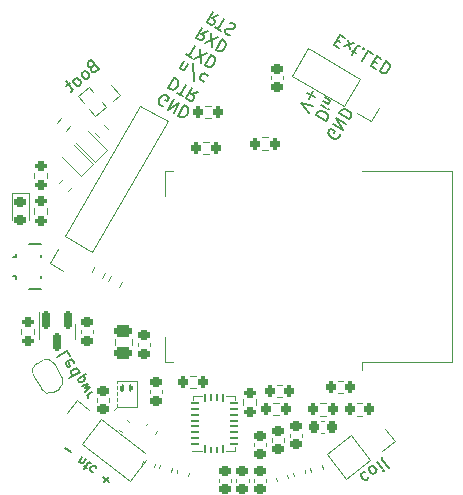
<source format=gbr>
%TF.GenerationSoftware,KiCad,Pcbnew,(6.0.5)*%
%TF.CreationDate,2022-05-23T16:41:31+02:00*%
%TF.ProjectId,qi-lamp-charger,71692d6c-616d-4702-9d63-686172676572,1.0.0*%
%TF.SameCoordinates,Original*%
%TF.FileFunction,Legend,Bot*%
%TF.FilePolarity,Positive*%
%FSLAX46Y46*%
G04 Gerber Fmt 4.6, Leading zero omitted, Abs format (unit mm)*
G04 Created by KiCad (PCBNEW (6.0.5)) date 2022-05-23 16:41:31*
%MOMM*%
%LPD*%
G01*
G04 APERTURE LIST*
G04 Aperture macros list*
%AMRoundRect*
0 Rectangle with rounded corners*
0 $1 Rounding radius*
0 $2 $3 $4 $5 $6 $7 $8 $9 X,Y pos of 4 corners*
0 Add a 4 corners polygon primitive as box body*
4,1,4,$2,$3,$4,$5,$6,$7,$8,$9,$2,$3,0*
0 Add four circle primitives for the rounded corners*
1,1,$1+$1,$2,$3*
1,1,$1+$1,$4,$5*
1,1,$1+$1,$6,$7*
1,1,$1+$1,$8,$9*
0 Add four rect primitives between the rounded corners*
20,1,$1+$1,$2,$3,$4,$5,0*
20,1,$1+$1,$4,$5,$6,$7,0*
20,1,$1+$1,$6,$7,$8,$9,0*
20,1,$1+$1,$8,$9,$2,$3,0*%
%AMHorizOval*
0 Thick line with rounded ends*
0 $1 width*
0 $2 $3 position (X,Y) of the first rounded end (center of the circle)*
0 $4 $5 position (X,Y) of the second rounded end (center of the circle)*
0 Add line between two ends*
20,1,$1,$2,$3,$4,$5,0*
0 Add two circle primitives to create the rounded ends*
1,1,$1,$2,$3*
1,1,$1,$4,$5*%
%AMRotRect*
0 Rectangle, with rotation*
0 The origin of the aperture is its center*
0 $1 length*
0 $2 width*
0 $3 Rotation angle, in degrees counterclockwise*
0 Add horizontal line*
21,1,$1,$2,0,0,$3*%
%AMFreePoly0*
4,1,13,0.375000,1.525000,1.025000,1.525000,1.025000,-1.525000,0.375000,-1.525000,0.375000,-1.925000,-0.375000,-1.925000,-0.375000,-1.525000,-1.025000,-1.525000,-1.025000,1.525000,-0.375000,1.525000,-0.375000,1.925000,0.375000,1.925000,0.375000,1.525000,0.375000,1.525000,$1*%
%AMFreePoly1*
4,1,22,0.500000,-0.750000,0.000000,-0.750000,-0.000001,-0.745033,-0.079941,-0.743568,-0.215257,-0.701293,-0.333266,-0.622738,-0.424486,-0.514219,-0.481581,-0.384461,-0.499164,-0.250000,-0.500000,-0.250000,-0.500000,0.250000,-0.499164,0.250000,-0.499963,0.256109,-0.478152,0.396186,-0.417904,0.524511,-0.324060,0.630769,-0.204165,0.706418,-0.067858,0.745374,0.000000,0.744958,0.000000,0.750000,
0.500000,0.750000,0.500000,-0.750000,0.500000,-0.750000,$1*%
%AMFreePoly2*
4,1,20,0.000000,0.744958,0.073905,0.744508,0.209727,0.703889,0.328688,0.626782,0.421226,0.519385,0.479903,0.390333,0.500000,0.250000,0.500000,-0.250000,0.499851,-0.262216,0.476331,-0.402017,0.414519,-0.529596,0.319384,-0.634700,0.198575,-0.708877,0.061801,-0.746166,-0.000001,-0.745033,0.000000,-0.750000,-0.500000,-0.750000,-0.500000,0.750000,0.000000,0.750000,0.000000,0.744958,
0.000000,0.744958,$1*%
G04 Aperture macros list end*
%ADD10C,0.150000*%
%ADD11C,0.120000*%
%ADD12C,2.200000*%
%ADD13RoundRect,0.225000X0.017678X-0.335876X0.335876X-0.017678X-0.017678X0.335876X-0.335876X0.017678X0*%
%ADD14RoundRect,0.050400X-0.069600X-0.249600X0.069600X-0.249600X0.069600X0.249600X-0.069600X0.249600X0*%
%ADD15RoundRect,0.050400X-0.249600X-0.069600X0.249600X-0.069600X0.249600X0.069600X-0.249600X0.069600X0*%
%ADD16RoundRect,0.050000X-0.050000X-0.250000X0.050000X-0.250000X0.050000X0.250000X-0.050000X0.250000X0*%
%ADD17FreePoly0,0.000000*%
%ADD18RoundRect,0.225000X0.250000X-0.225000X0.250000X0.225000X-0.250000X0.225000X-0.250000X-0.225000X0*%
%ADD19RoundRect,0.200000X-0.200000X-0.275000X0.200000X-0.275000X0.200000X0.275000X-0.200000X0.275000X0*%
%ADD20RotRect,1.700000X1.700000X127.500000*%
%ADD21HorizOval,1.700000X0.000000X0.000000X0.000000X0.000000X0*%
%ADD22RotRect,1.000000X1.000000X130.000000*%
%ADD23HorizOval,1.000000X0.000000X0.000000X0.000000X0.000000X0*%
%ADD24RoundRect,0.218750X-0.256250X0.218750X-0.256250X-0.218750X0.256250X-0.218750X0.256250X0.218750X0*%
%ADD25RotRect,1.700000X1.700000X232.500000*%
%ADD26HorizOval,1.700000X0.000000X0.000000X0.000000X0.000000X0*%
%ADD27RoundRect,0.200000X0.200000X0.275000X-0.200000X0.275000X-0.200000X-0.275000X0.200000X-0.275000X0*%
%ADD28FreePoly1,120.000000*%
%ADD29FreePoly2,120.000000*%
%ADD30RoundRect,0.218750X0.335876X0.026517X0.026517X0.335876X-0.335876X-0.026517X-0.026517X-0.335876X0*%
%ADD31RoundRect,0.225000X-0.299716X0.152629X-0.183247X-0.282038X0.299716X-0.152629X0.183247X0.282038X0*%
%ADD32RoundRect,0.200000X-0.053033X0.335876X-0.335876X0.053033X0.053033X-0.335876X0.335876X-0.053033X0*%
%ADD33RoundRect,0.225000X0.330695X0.061367X-0.026314X0.335310X-0.330695X-0.061367X0.026314X-0.335310X0*%
%ADD34RoundRect,0.200000X-0.275000X0.200000X-0.275000X-0.200000X0.275000X-0.200000X0.275000X0.200000X0*%
%ADD35RoundRect,0.225000X0.225000X0.250000X-0.225000X0.250000X-0.225000X-0.250000X0.225000X-0.250000X0*%
%ADD36RoundRect,0.225000X-0.250000X0.225000X-0.250000X-0.225000X0.250000X-0.225000X0.250000X0.225000X0*%
%ADD37RoundRect,0.200000X0.275000X-0.200000X0.275000X0.200000X-0.275000X0.200000X-0.275000X-0.200000X0*%
%ADD38RoundRect,0.225000X-0.183247X0.282038X-0.299716X-0.152629X0.183247X-0.282038X0.299716X0.152629X0*%
%ADD39R,0.600000X0.200000*%
%ADD40RoundRect,0.075000X0.100000X-0.275000X0.100000X0.275000X-0.100000X0.275000X-0.100000X-0.275000X0*%
%ADD41RoundRect,0.200000X0.138157X-0.310705X0.338157X0.035705X-0.138157X0.310705X-0.338157X-0.035705X0*%
%ADD42R,1.000000X2.500000*%
%ADD43R,1.800000X1.000000*%
%ADD44RotRect,1.700000X1.700000X60.000000*%
%ADD45HorizOval,1.700000X0.000000X0.000000X0.000000X0.000000X0*%
%ADD46RoundRect,0.200000X0.335876X0.053033X0.053033X0.335876X-0.335876X-0.053033X-0.053033X-0.335876X0*%
%ADD47R,1.100000X0.700000*%
%ADD48R,1.100000X1.400000*%
%ADD49R,1.350000X0.400000*%
%ADD50R,0.695000X1.150000*%
%ADD51C,0.800000*%
%ADD52RoundRect,0.200000X-0.138157X0.310705X-0.338157X-0.035705X0.138157X-0.310705X0.338157X0.035705X0*%
%ADD53RoundRect,0.200000X-0.082105X0.329975X-0.339220X0.023558X0.082105X-0.329975X0.339220X-0.023558X0*%
%ADD54RotRect,1.700000X1.700000X330.000000*%
%ADD55HorizOval,1.700000X0.000000X0.000000X0.000000X0.000000X0*%
%ADD56RoundRect,0.250000X0.475000X-0.250000X0.475000X0.250000X-0.475000X0.250000X-0.475000X-0.250000X0*%
%ADD57RoundRect,0.150000X-0.150000X0.587500X-0.150000X-0.587500X0.150000X-0.587500X0.150000X0.587500X0*%
G04 APERTURE END LIST*
D10*
X108635706Y-88818924D02*
X108629326Y-88925212D01*
X108557898Y-89048930D01*
X108445230Y-89148838D01*
X108315132Y-89183698D01*
X108208844Y-89177318D01*
X108020077Y-89123319D01*
X107896359Y-89051891D01*
X107755212Y-88915413D01*
X107696543Y-88826555D01*
X107661683Y-88696457D01*
X107691872Y-88548930D01*
X107739491Y-88466451D01*
X107852159Y-88366543D01*
X107917208Y-88349113D01*
X108205883Y-88515780D01*
X108110645Y-88680737D01*
X108049015Y-87930340D02*
X108915041Y-88430340D01*
X108334729Y-87435468D01*
X109200755Y-87935468D01*
X108572825Y-87023075D02*
X109438850Y-87523075D01*
X109557898Y-87316879D01*
X109588087Y-87169351D01*
X109553227Y-87039254D01*
X109494558Y-86950395D01*
X109353411Y-86813918D01*
X109229693Y-86742489D01*
X109040926Y-86688491D01*
X108934638Y-86682111D01*
X108804540Y-86716970D01*
X108691872Y-86816879D01*
X108572825Y-87023075D01*
X106626143Y-87174827D02*
X107492168Y-87674827D01*
X107611216Y-87468631D01*
X107641405Y-87321103D01*
X107606545Y-87191006D01*
X107547876Y-87102147D01*
X107406729Y-86965670D01*
X107283011Y-86894241D01*
X107094244Y-86840243D01*
X106987956Y-86833863D01*
X106857858Y-86868722D01*
X106745190Y-86968631D01*
X106626143Y-87174827D01*
X107007483Y-86295279D02*
X107469363Y-86561946D01*
X107700303Y-86695279D02*
X107648264Y-86709223D01*
X107634320Y-86657184D01*
X107686359Y-86643240D01*
X107700303Y-86695279D01*
X107634320Y-86657184D01*
X107659839Y-86232031D02*
X107197959Y-85965365D01*
X107593856Y-86193936D02*
X107645895Y-86179992D01*
X107716982Y-86133057D01*
X107774125Y-86034083D01*
X107779229Y-85949052D01*
X107732293Y-85877966D01*
X107369388Y-85668442D01*
X106031201Y-86985297D02*
X105331842Y-86196622D01*
X106364534Y-86407947D01*
X105995090Y-85809748D02*
X106376042Y-85149919D01*
X105855651Y-85289357D02*
X106515480Y-85670310D01*
X93677671Y-86437812D02*
X93571382Y-86431432D01*
X93447665Y-86360004D01*
X93347756Y-86247336D01*
X93312897Y-86117238D01*
X93319276Y-86010950D01*
X93373275Y-85822183D01*
X93444704Y-85698465D01*
X93581181Y-85557317D01*
X93670039Y-85498648D01*
X93800137Y-85463789D01*
X93947665Y-85493978D01*
X94030143Y-85541597D01*
X94130052Y-85654265D01*
X94147481Y-85719314D01*
X93980815Y-86007989D01*
X93815857Y-85912751D01*
X94566254Y-85851121D02*
X94066254Y-86717146D01*
X95061126Y-86136835D01*
X94561126Y-87002861D01*
X95473519Y-86374930D02*
X94973519Y-87240956D01*
X95179715Y-87360004D01*
X95327243Y-87390193D01*
X95457340Y-87355333D01*
X95546199Y-87296664D01*
X95682676Y-87155516D01*
X95754105Y-87031799D01*
X95808104Y-86843032D01*
X95814483Y-86736744D01*
X95779624Y-86606646D01*
X95679715Y-86493978D01*
X95473519Y-86374930D01*
X94628947Y-84028249D02*
X94128947Y-84894274D01*
X94335143Y-85013322D01*
X94482671Y-85043511D01*
X94612768Y-85008651D01*
X94701627Y-84949982D01*
X94838104Y-84808834D01*
X94909533Y-84685117D01*
X94963531Y-84496350D01*
X94969911Y-84390062D01*
X94935052Y-84259964D01*
X94835143Y-84147296D01*
X94628947Y-84028249D01*
X94871254Y-85322845D02*
X95366126Y-85608560D01*
X95618690Y-84599677D02*
X95118690Y-85465703D01*
X96649673Y-85194915D02*
X96122902Y-85440642D01*
X96154801Y-84909201D02*
X95654801Y-85775226D01*
X95984715Y-85965703D01*
X96091004Y-85972082D01*
X96156052Y-85954652D01*
X96244911Y-85895983D01*
X96316339Y-85772265D01*
X96322719Y-85665977D01*
X96305289Y-85600929D01*
X96246620Y-85512070D01*
X95916706Y-85321594D01*
X95079994Y-83199393D02*
X95413327Y-82622043D01*
X95127613Y-83116914D02*
X95145043Y-83181963D01*
X95203712Y-83270822D01*
X95327430Y-83342250D01*
X95433718Y-83348630D01*
X95522576Y-83289961D01*
X95784481Y-82836328D01*
X96291654Y-84338831D02*
X96192204Y-82796799D01*
X97451483Y-83853758D02*
X97392814Y-83764900D01*
X97227856Y-83669662D01*
X97121568Y-83663282D01*
X97056519Y-83680712D01*
X96967661Y-83739381D01*
X96824804Y-83986817D01*
X96818424Y-84093105D01*
X96835854Y-84158154D01*
X96894523Y-84247012D01*
X97059480Y-84342250D01*
X97165768Y-84348630D01*
X95635848Y-82046148D02*
X96130720Y-82331862D01*
X96383284Y-81322980D02*
X95883284Y-82189005D01*
X96336917Y-82450910D02*
X97414267Y-81918218D01*
X96914267Y-82784243D02*
X96836917Y-81584885D01*
X97744181Y-82108694D02*
X97244181Y-82974720D01*
X97450378Y-83093767D01*
X97597905Y-83123956D01*
X97728003Y-83089097D01*
X97816861Y-83030428D01*
X97953339Y-82889280D01*
X98024767Y-82765562D01*
X98078766Y-82576795D01*
X98085146Y-82470507D01*
X98050286Y-82340410D01*
X97950378Y-82227742D01*
X97744181Y-82108694D01*
X97456340Y-80083441D02*
X96929569Y-80329167D01*
X96961468Y-79797726D02*
X96461468Y-80663752D01*
X96791382Y-80854228D01*
X96897671Y-80860608D01*
X96962719Y-80843178D01*
X97051578Y-80784509D01*
X97123006Y-80660791D01*
X97129386Y-80554503D01*
X97111956Y-80489454D01*
X97053287Y-80400596D01*
X96723373Y-80210120D01*
X97245015Y-81116133D02*
X98322365Y-80583441D01*
X97822365Y-81449466D02*
X97745015Y-80250107D01*
X98652280Y-80773917D02*
X98152280Y-81639942D01*
X98358476Y-81758990D01*
X98506004Y-81789179D01*
X98636101Y-81754320D01*
X98724960Y-81695651D01*
X98861437Y-81554503D01*
X98932865Y-81430785D01*
X98986864Y-81242018D01*
X98993244Y-81135730D01*
X98958384Y-81005632D01*
X98858476Y-80892965D01*
X98652280Y-80773917D01*
X98364438Y-78748664D02*
X97837668Y-78994390D01*
X97869566Y-78462949D02*
X97369566Y-79328975D01*
X97699481Y-79519451D01*
X97805769Y-79525831D01*
X97870818Y-79508401D01*
X97959676Y-79449732D01*
X98031105Y-79326014D01*
X98037484Y-79219726D01*
X98020055Y-79154677D01*
X97961386Y-79065819D01*
X97631471Y-78875342D01*
X98111874Y-79757546D02*
X98606745Y-80043260D01*
X98859310Y-79034378D02*
X98359310Y-79900403D01*
X99330372Y-79361331D02*
X99477899Y-79391521D01*
X99684096Y-79510568D01*
X99742765Y-79599427D01*
X99760195Y-79664476D01*
X99753815Y-79770764D01*
X99706196Y-79853242D01*
X99617337Y-79911911D01*
X99552289Y-79929341D01*
X99446000Y-79922961D01*
X99257234Y-79868963D01*
X99150946Y-79862583D01*
X99085897Y-79880013D01*
X98997038Y-79938682D01*
X98949419Y-80021160D01*
X98943040Y-80127448D01*
X98960469Y-80192497D01*
X99019139Y-80281356D01*
X99225335Y-80400403D01*
X99372862Y-80430593D01*
%TO.C,J2*%
X110753032Y-117379828D02*
X110648486Y-117400026D01*
X110497371Y-117515981D01*
X110450802Y-117611737D01*
X110442012Y-117678504D01*
X110462211Y-117783050D01*
X110636143Y-118009723D01*
X110731899Y-118056292D01*
X110798666Y-118065082D01*
X110903212Y-118044883D01*
X111054327Y-117928929D01*
X111100896Y-117833173D01*
X111177388Y-116994185D02*
X111130819Y-117089941D01*
X111122029Y-117156709D01*
X111142228Y-117261255D01*
X111316160Y-117487927D01*
X111411916Y-117534496D01*
X111478683Y-117543286D01*
X111583229Y-117523088D01*
X111696565Y-117436122D01*
X111743134Y-117340366D01*
X111751924Y-117273598D01*
X111731726Y-117169052D01*
X111557794Y-116942380D01*
X111462038Y-116895811D01*
X111395271Y-116887021D01*
X111290724Y-116907220D01*
X111177388Y-116994185D01*
X111781848Y-116530367D02*
X112187689Y-117059269D01*
X112390609Y-117323721D02*
X112323842Y-117314930D01*
X112332632Y-117248163D01*
X112399399Y-117256953D01*
X112390609Y-117323721D01*
X112332632Y-117248163D01*
X112272971Y-116153515D02*
X112226403Y-116249271D01*
X112246601Y-116353817D01*
X112768397Y-117033834D01*
%TO.C,TP1*%
X87641875Y-83097540D02*
X87563049Y-83225845D01*
X87557180Y-83292932D01*
X87581920Y-83396498D01*
X87673746Y-83505933D01*
X87771442Y-83548281D01*
X87838530Y-83554150D01*
X87942095Y-83529410D01*
X88233922Y-83284539D01*
X87591134Y-82518494D01*
X87335786Y-82732757D01*
X87293438Y-82830453D01*
X87287569Y-82897540D01*
X87312308Y-83001106D01*
X87373526Y-83074063D01*
X87471223Y-83116410D01*
X87538310Y-83122280D01*
X87641875Y-83097540D01*
X87897223Y-82883278D01*
X87358442Y-84019153D02*
X87400790Y-83921457D01*
X87406659Y-83854370D01*
X87381920Y-83750804D01*
X87198266Y-83531935D01*
X87100570Y-83489587D01*
X87033483Y-83483717D01*
X86929917Y-83508457D01*
X86820482Y-83600284D01*
X86778135Y-83697980D01*
X86772265Y-83765067D01*
X86797005Y-83868633D01*
X86980658Y-84087503D01*
X87078355Y-84129850D01*
X87145442Y-84135720D01*
X87249007Y-84110980D01*
X87358442Y-84019153D01*
X86665355Y-84600723D02*
X86707702Y-84503027D01*
X86713572Y-84435940D01*
X86688832Y-84332374D01*
X86505178Y-84113504D01*
X86407482Y-84071157D01*
X86340395Y-84065287D01*
X86236829Y-84090027D01*
X86127395Y-84181854D01*
X86085047Y-84279550D01*
X86079177Y-84346637D01*
X86103917Y-84450203D01*
X86287571Y-84669072D01*
X86385267Y-84711420D01*
X86452354Y-84717289D01*
X86555920Y-84692550D01*
X86665355Y-84600723D01*
X85762611Y-84487943D02*
X85470785Y-84732814D01*
X85438914Y-84324422D02*
X85989875Y-84981031D01*
X86014614Y-85084597D01*
X85972267Y-85182293D01*
X85899310Y-85243511D01*
%TO.C,J1*%
X85397826Y-115369752D02*
X85881393Y-115740807D01*
X86528045Y-116525108D02*
X86852718Y-116101987D01*
X86574427Y-116464663D02*
X86581459Y-116518076D01*
X86618714Y-116594681D01*
X86709383Y-116664254D01*
X86793020Y-116680413D01*
X86869625Y-116643158D01*
X87124725Y-116310705D01*
X87011613Y-116896163D02*
X87253397Y-117081690D01*
X86939946Y-117177297D02*
X87357382Y-116633283D01*
X87433987Y-116596028D01*
X87517624Y-116612187D01*
X87578070Y-116658569D01*
X88038447Y-117059846D02*
X88001192Y-116983241D01*
X87880300Y-116890478D01*
X87796663Y-116874319D01*
X87743249Y-116881351D01*
X87666644Y-116918606D01*
X87527499Y-117099944D01*
X87511340Y-117183581D01*
X87518372Y-117236995D01*
X87555627Y-117313599D01*
X87676519Y-117406363D01*
X87760156Y-117422522D01*
X88631685Y-117851180D02*
X89115253Y-118222234D01*
X89058996Y-117794923D02*
X88687942Y-118278491D01*
%TO.C,JP11*%
X85791773Y-107563168D02*
X85553678Y-107150775D01*
X84687652Y-107650775D01*
X86107676Y-108205567D02*
X86101297Y-108099279D01*
X86006059Y-107934322D01*
X85917200Y-107875653D01*
X85810912Y-107882033D01*
X85480998Y-108072509D01*
X85422329Y-108161367D01*
X85428708Y-108267655D01*
X85523946Y-108432613D01*
X85612805Y-108491282D01*
X85719093Y-108484902D01*
X85801572Y-108437283D01*
X85645955Y-107977271D01*
X86601297Y-108965305D02*
X85735271Y-109465305D01*
X86560057Y-108989114D02*
X86553678Y-108882826D01*
X86458440Y-108717869D01*
X86369581Y-108659200D01*
X86304532Y-108641770D01*
X86198244Y-108648150D01*
X85950808Y-108791007D01*
X85892139Y-108879865D01*
X85874710Y-108944914D01*
X85881089Y-109051202D01*
X85976327Y-109216159D01*
X86065186Y-109274829D01*
X86448553Y-109548363D02*
X87141373Y-109148363D01*
X86481544Y-109529316D02*
X86486648Y-109614346D01*
X86562838Y-109746312D01*
X86633925Y-109793247D01*
X86685964Y-109807191D01*
X86770995Y-109802087D01*
X86968943Y-109687802D01*
X87015879Y-109616715D01*
X87029822Y-109564676D01*
X87024719Y-109479645D01*
X86948528Y-109347679D01*
X86877441Y-109300744D01*
X86772362Y-110109218D02*
X87310433Y-109974517D01*
X87056709Y-110296959D01*
X87462814Y-110238448D01*
X87077124Y-110637081D01*
X87691385Y-110634346D02*
X87229505Y-110901012D01*
X87361471Y-110824822D02*
X87314535Y-110895909D01*
X87300592Y-110947948D01*
X87305695Y-111032978D01*
X87343791Y-111098961D01*
%TO.C,J5*%
X108399517Y-80841858D02*
X108688192Y-81008525D01*
X109073815Y-80626321D02*
X108661421Y-80388226D01*
X108161421Y-81254252D01*
X108573815Y-81492347D01*
X109362490Y-80792988D02*
X109482789Y-81632243D01*
X109029156Y-81370338D02*
X109816122Y-81054893D01*
X109688985Y-81751291D02*
X110018900Y-81941767D01*
X109646036Y-82111394D02*
X110074608Y-81369087D01*
X110163466Y-81310418D01*
X110269754Y-81316798D01*
X110352233Y-81364417D01*
X110593289Y-81613562D02*
X110658338Y-81596132D01*
X110640908Y-81531083D01*
X110575859Y-81548513D01*
X110593289Y-81613562D01*
X110640908Y-81531083D01*
X111465694Y-82007274D02*
X111053301Y-81769178D01*
X110553301Y-82635204D01*
X111492465Y-82627573D02*
X111781140Y-82794239D01*
X112166762Y-82412036D02*
X111754369Y-82173940D01*
X111254369Y-83039966D01*
X111666762Y-83278061D01*
X112537916Y-82626321D02*
X112037916Y-83492347D01*
X112244113Y-83611394D01*
X112391640Y-83641584D01*
X112521738Y-83606724D01*
X112610596Y-83548055D01*
X112747074Y-83406907D01*
X112818502Y-83283189D01*
X112872501Y-83094423D01*
X112878881Y-82988134D01*
X112844021Y-82858037D01*
X112744113Y-82745369D01*
X112537916Y-82626321D01*
D11*
%TO.C,C5*%
X92239970Y-113438781D02*
X92438781Y-113239970D01*
X92961219Y-114160030D02*
X93160030Y-113961219D01*
%TO.C,U2*%
X98999998Y-111000000D02*
X99799998Y-111000000D01*
X96099998Y-115600000D02*
X96999998Y-115600000D01*
X99799998Y-111300000D02*
X99799998Y-111000000D01*
X99799998Y-115600000D02*
X99799998Y-115300000D01*
X96199998Y-111000000D02*
X96999998Y-111000000D01*
X96199998Y-111300000D02*
X96199998Y-111000000D01*
X98999998Y-115600000D02*
X99799998Y-115600000D01*
%TO.C,C2*%
X101390000Y-118240583D02*
X101390000Y-117959423D01*
X102410000Y-118240583D02*
X102410000Y-117959423D01*
%TO.C,R11*%
X102062742Y-89077500D02*
X102537258Y-89077500D01*
X102062742Y-90122500D02*
X102537258Y-90122500D01*
%TO.C,J2*%
X113298695Y-114811623D02*
X112489042Y-113756463D01*
X109616671Y-114284083D02*
X107553952Y-115866863D01*
X111235976Y-116394403D02*
X109616671Y-114284083D01*
X109173257Y-117977183D02*
X107553952Y-115866863D01*
X112243535Y-115621276D02*
X113298695Y-114811623D01*
X111235976Y-116394403D02*
X109173257Y-117977183D01*
%TO.C,C17*%
X102410001Y-115240580D02*
X102410001Y-114959420D01*
X101390001Y-115240580D02*
X101390001Y-114959420D01*
%TO.C,TP1*%
X89430481Y-86013707D02*
X90012675Y-85525189D01*
X87772601Y-85220273D02*
X87421299Y-84801607D01*
X87014033Y-86190894D02*
X86498215Y-85576166D01*
X88848287Y-86502226D02*
X88496985Y-86083560D01*
X88848287Y-86502226D02*
X87925204Y-87276785D01*
X87925204Y-87276785D02*
X87409386Y-86662057D01*
X90012675Y-85525189D02*
X89299181Y-84674879D01*
X87421299Y-84801607D02*
X86498215Y-85576166D01*
%TO.C,D11*%
X80865001Y-93814998D02*
X82335001Y-93814998D01*
X80865001Y-96099998D02*
X80865001Y-93814998D01*
X82335001Y-93814998D02*
X82335001Y-96099998D01*
%TO.C,J1*%
X88417211Y-112917967D02*
X92495048Y-116047001D01*
X88417211Y-112917967D02*
X86797906Y-115028287D01*
X86797906Y-115028287D02*
X90875742Y-118157321D01*
X92495048Y-116047001D02*
X90875742Y-118157321D01*
X86354493Y-111335187D02*
X85544840Y-112390347D01*
X87409653Y-112144840D02*
X86354493Y-111335187D01*
%TO.C,R6*%
X107437258Y-111577501D02*
X106962742Y-111577501D01*
X107437258Y-112622501D02*
X106962742Y-112622501D01*
%TO.C,JP11*%
X82683975Y-109193782D02*
X83383975Y-110406218D01*
X83459808Y-107937564D02*
X82940192Y-108237564D01*
X84340192Y-110662436D02*
X84859808Y-110362436D01*
X85116025Y-109406218D02*
X84416025Y-108193782D01*
X84859807Y-110362435D02*
G75*
G03*
X85116025Y-109406218I-349998J606217D01*
G01*
X84416026Y-108193782D02*
G75*
G03*
X83459808Y-107937564I-606218J-350000D01*
G01*
X82940193Y-108237565D02*
G75*
G03*
X82683975Y-109193782I349999J-606217D01*
G01*
X83383975Y-110406218D02*
G75*
G03*
X84340192Y-110662436I606217J349999D01*
G01*
%TO.C,C8*%
X86690000Y-105640580D02*
X86690000Y-105359420D01*
X87710000Y-105640580D02*
X87710000Y-105359420D01*
%TO.C,C15*%
X99410000Y-118240579D02*
X99410000Y-117959419D01*
X98390000Y-118240579D02*
X98390000Y-117959419D01*
%TO.C,C14*%
X100910002Y-118240579D02*
X100910002Y-117959419D01*
X99890002Y-118240579D02*
X99890002Y-117959419D01*
%TO.C,D12*%
X87354038Y-88514591D02*
X88969777Y-90130330D01*
X88969777Y-90130330D02*
X87930330Y-91169777D01*
X87930330Y-91169777D02*
X86314591Y-89554038D01*
%TO.C,C6*%
X103222109Y-117884430D02*
X103294879Y-118156010D01*
X104207353Y-117620434D02*
X104280123Y-117892014D01*
%TO.C,R16*%
X85937230Y-93301697D02*
X85601697Y-93637230D01*
X85198303Y-92562770D02*
X84862770Y-92898303D01*
%TO.C,C4*%
X90821998Y-113180969D02*
X90598939Y-113009810D01*
X90201061Y-113990190D02*
X89978002Y-113819031D01*
%TO.C,R1*%
X101522500Y-111262742D02*
X101522500Y-111737258D01*
X100477500Y-111262742D02*
X100477500Y-111737258D01*
%TO.C,C13*%
X107340580Y-114110000D02*
X107059420Y-114110000D01*
X107340580Y-113090000D02*
X107059420Y-113090000D01*
%TO.C,C12*%
X92590000Y-110740581D02*
X92590000Y-110459421D01*
X93610000Y-110740581D02*
X93610000Y-110459421D01*
%TO.C,C16*%
X88090000Y-111159419D02*
X88090000Y-111440579D01*
X89110000Y-111159419D02*
X89110000Y-111440579D01*
%TO.C,R4*%
X83822502Y-95537257D02*
X83822502Y-95062741D01*
X82777502Y-95537257D02*
X82777502Y-95062741D01*
%TO.C,C10*%
X92980120Y-116707979D02*
X92907350Y-116979559D01*
X91994876Y-116443983D02*
X91922106Y-116715563D01*
%TO.C,U1*%
X89750000Y-109700000D02*
X89750000Y-111900000D01*
X91450000Y-111900000D02*
X91450000Y-109700000D01*
X91450000Y-109700000D02*
X89750000Y-109700000D01*
X89750000Y-111900000D02*
X91450000Y-111900000D01*
X89750000Y-111900000D02*
X89500000Y-112150000D01*
%TO.C,R2*%
X89028873Y-101244221D02*
X89266131Y-100833279D01*
X89933869Y-101766721D02*
X90171127Y-101355779D01*
%TO.C,D13*%
X86154038Y-89714592D02*
X87769777Y-91330331D01*
X86730330Y-92369778D02*
X85114591Y-90754039D01*
X87769777Y-91330331D02*
X86730330Y-92369778D01*
%TO.C,C34*%
X92610000Y-106740580D02*
X92610000Y-106459420D01*
X91590000Y-106740580D02*
X91590000Y-106459420D01*
%TO.C,C1*%
X106119880Y-117107979D02*
X106192650Y-117379559D01*
X107105124Y-116843983D02*
X107177894Y-117115563D01*
%TO.C,U3*%
X118120000Y-108120000D02*
X118120000Y-91880000D01*
X94500000Y-91880000D02*
X93880000Y-91880000D01*
X93880000Y-91880000D02*
X93880000Y-94000000D01*
X110500000Y-108120000D02*
X118120000Y-108120000D01*
X93880000Y-108120000D02*
X94500000Y-108120000D01*
X93880000Y-106000000D02*
X93880000Y-108120000D01*
X118120000Y-91880000D02*
X110500000Y-91880000D01*
X110500000Y-108120000D02*
X110500000Y-108730000D01*
%TO.C,C18*%
X105410000Y-114440579D02*
X105410000Y-114159419D01*
X104390000Y-114440579D02*
X104390000Y-114159419D01*
%TO.C,R3*%
X110062742Y-111577500D02*
X110537258Y-111577500D01*
X110062742Y-112622500D02*
X110537258Y-112622500D01*
%TO.C,C19*%
X103909998Y-114840579D02*
X103909998Y-114559419D01*
X102889998Y-114840579D02*
X102889998Y-114559419D01*
%TO.C,R17*%
X82777500Y-92062742D02*
X82777500Y-92537258D01*
X83822500Y-92062742D02*
X83822500Y-92537258D01*
%TO.C,J5*%
X111286814Y-87716814D02*
X111951814Y-86565000D01*
X104583777Y-83846814D02*
X105913777Y-81543186D01*
X109035148Y-86416814D02*
X104583777Y-83846814D01*
X109035148Y-86416814D02*
X110365148Y-84113186D01*
X110135000Y-87051814D02*
X111286814Y-87716814D01*
X110365148Y-84113186D02*
X105913777Y-81543186D01*
%TO.C,R15*%
X88997890Y-88337643D02*
X88662357Y-88002110D01*
X88258963Y-89076570D02*
X87923430Y-88741037D01*
%TO.C,R13*%
X97062742Y-89477500D02*
X97537258Y-89477500D01*
X97062742Y-90522500D02*
X97537258Y-90522500D01*
%TO.C,R12*%
X81677500Y-105737258D02*
X81677500Y-105262742D01*
X82722500Y-105737258D02*
X82722500Y-105262742D01*
%TO.C,C7*%
X105656237Y-117232212D02*
X105729007Y-117503792D01*
X104670993Y-117496208D02*
X104743763Y-117767788D01*
%TO.C,R9*%
X108937258Y-109677500D02*
X108462742Y-109677500D01*
X108937258Y-110722500D02*
X108462742Y-110722500D01*
D10*
%TO.C,SW1*%
X83300000Y-100950000D02*
X83300000Y-100800000D01*
X81250000Y-101050000D02*
X81250000Y-100800000D01*
X82350000Y-101900000D02*
X83300000Y-101900000D01*
X82350000Y-98100000D02*
X83300000Y-98100000D01*
X83300000Y-99200000D02*
X83300000Y-99050000D01*
X81250000Y-99200000D02*
X81250000Y-98950000D01*
X81250000Y-100800000D02*
X80950000Y-100800000D01*
X80950000Y-99200000D02*
X81250000Y-99200000D01*
D11*
%TO.C,R8*%
X103312742Y-111072497D02*
X103787258Y-111072497D01*
X103312742Y-110027497D02*
X103787258Y-110027497D01*
%TO.C,R14*%
X87866131Y-100033279D02*
X87628873Y-100444221D01*
X88771127Y-100555779D02*
X88533869Y-100966721D01*
%TO.C,R18*%
X85002248Y-87468995D02*
X84697235Y-87832496D01*
X85802765Y-88140708D02*
X85497752Y-88504209D01*
%TO.C,R10*%
X97262742Y-86377500D02*
X97737258Y-86377500D01*
X97262742Y-87422500D02*
X97737258Y-87422500D01*
%TO.C,J4*%
X85383186Y-97435148D02*
X91763186Y-86384664D01*
X87686814Y-98765148D02*
X94066814Y-87714664D01*
X84083186Y-99686814D02*
X85235000Y-100351814D01*
X85383186Y-97435148D02*
X87686814Y-98765148D01*
X84748186Y-98535000D02*
X84083186Y-99686814D01*
X91763186Y-86384664D02*
X94066814Y-87714664D01*
%TO.C,C11*%
X94892652Y-117220441D02*
X94819882Y-117492021D01*
X95877896Y-117484437D02*
X95805126Y-117756017D01*
%TO.C,C9*%
X93443762Y-116832213D02*
X93370992Y-117103793D01*
X94429006Y-117096209D02*
X94356236Y-117367789D01*
%TO.C,C22*%
X91035000Y-106661252D02*
X91035000Y-106138748D01*
X89565000Y-106661252D02*
X89565000Y-106138748D01*
%TO.C,R5*%
X96437258Y-110322500D02*
X95962742Y-110322500D01*
X96437258Y-109277500D02*
X95962742Y-109277500D01*
%TO.C,R7*%
X103012742Y-112572500D02*
X103487258Y-112572500D01*
X103012742Y-111527500D02*
X103487258Y-111527500D01*
%TO.C,C23*%
X103810000Y-83884420D02*
X103810000Y-84165580D01*
X102790000Y-83884420D02*
X102790000Y-84165580D01*
%TO.C,Q1*%
X86260000Y-105500000D02*
X86260000Y-104850000D01*
X86260000Y-105500000D02*
X86260000Y-106150000D01*
X83140000Y-105500000D02*
X83140000Y-106150000D01*
X83140000Y-105500000D02*
X83140000Y-103825000D01*
%TD*%
%LPC*%
D12*
%TO.C,H2*%
X120000000Y-100000000D03*
%TD*%
%TO.C,H1*%
X93000000Y-81000000D03*
%TD*%
D13*
%TO.C,C5*%
X92151992Y-114248008D03*
X93248008Y-113151992D03*
%TD*%
D14*
%TO.C,U2*%
X97249998Y-115450000D03*
D15*
X96349998Y-115050000D03*
X96349998Y-114550000D03*
X96349998Y-114050000D03*
X96349998Y-113550000D03*
X96349998Y-113050000D03*
X96349998Y-112550000D03*
X96349998Y-112050000D03*
X96349998Y-111550000D03*
D14*
X97249998Y-111150000D03*
X98749998Y-111150000D03*
D15*
X99649998Y-111550000D03*
X99649998Y-112050000D03*
X99649998Y-112550000D03*
X99649998Y-113050000D03*
X99649998Y-113550000D03*
X99649998Y-114050000D03*
X99649998Y-114550000D03*
X99649998Y-115050000D03*
D14*
X98749998Y-115450000D03*
D16*
X97724998Y-111150000D03*
X98274998Y-115450000D03*
X98274998Y-111150000D03*
X97724998Y-115450000D03*
D17*
X97999998Y-113300000D03*
%TD*%
D18*
%TO.C,C2*%
X101900000Y-118875003D03*
X101900000Y-117325003D03*
%TD*%
D19*
%TO.C,R11*%
X101475000Y-89600000D03*
X103125000Y-89600000D03*
%TD*%
D20*
%TO.C,J2*%
X111433882Y-114566116D03*
D21*
X109418765Y-116112370D03*
%TD*%
D18*
%TO.C,C17*%
X101900001Y-115875000D03*
X101900001Y-114325000D03*
%TD*%
D22*
%TO.C,TP1*%
X88716987Y-85163398D03*
D23*
X87744111Y-85979738D03*
%TD*%
D24*
%TO.C,D11*%
X81600001Y-94512498D03*
X81600001Y-96087498D03*
%TD*%
D25*
%TO.C,J1*%
X86600000Y-113200000D03*
D26*
X88615117Y-114746254D03*
X90630235Y-116292508D03*
%TD*%
D27*
%TO.C,R6*%
X108025000Y-112100001D03*
X106375000Y-112100001D03*
%TD*%
D28*
%TO.C,JP11*%
X84225000Y-109862917D03*
D29*
X83575000Y-108737083D03*
%TD*%
D18*
%TO.C,C8*%
X87200000Y-106275000D03*
X87200000Y-104725000D03*
%TD*%
%TO.C,C15*%
X98900000Y-118874999D03*
X98900000Y-117324999D03*
%TD*%
%TO.C,C14*%
X100400002Y-118874999D03*
X100400002Y-117324999D03*
%TD*%
D30*
%TO.C,D12*%
X87956847Y-90156847D03*
X86843153Y-89043153D03*
%TD*%
D31*
%TO.C,C6*%
X103550531Y-117139629D03*
X103951701Y-118636815D03*
%TD*%
D32*
%TO.C,R16*%
X85983363Y-92516637D03*
X84816637Y-93683363D03*
%TD*%
D33*
%TO.C,C4*%
X91014849Y-113971790D03*
X89785151Y-113028210D03*
%TD*%
D34*
%TO.C,R1*%
X101000000Y-110675000D03*
X101000000Y-112325000D03*
%TD*%
D35*
%TO.C,C13*%
X107975000Y-113600000D03*
X106425000Y-113600000D03*
%TD*%
D18*
%TO.C,C12*%
X93100000Y-111375001D03*
X93100000Y-109825001D03*
%TD*%
D36*
%TO.C,C16*%
X88600000Y-110524999D03*
X88600000Y-112074999D03*
%TD*%
D37*
%TO.C,R4*%
X83300002Y-96124999D03*
X83300002Y-94474999D03*
%TD*%
D38*
%TO.C,C10*%
X92651698Y-115963178D03*
X92250528Y-117460364D03*
%TD*%
D39*
%TO.C,U1*%
X89950000Y-111550000D03*
X89950000Y-111050000D03*
X89950000Y-110550000D03*
D40*
X90225000Y-110300000D03*
D39*
X89950000Y-110050000D03*
D40*
X90975000Y-110300000D03*
D39*
X91250000Y-110050000D03*
X91250000Y-110550000D03*
X91250000Y-111050000D03*
X91250000Y-111550000D03*
%TD*%
D41*
%TO.C,R2*%
X89187500Y-102014471D03*
X90012500Y-100585529D03*
%TD*%
D30*
%TO.C,D13*%
X86756847Y-91356848D03*
X85643153Y-90243154D03*
%TD*%
D18*
%TO.C,C34*%
X92100000Y-107375000D03*
X92100000Y-105825000D03*
%TD*%
D31*
%TO.C,C1*%
X106448302Y-116363178D03*
X106849472Y-117860364D03*
%TD*%
D42*
%TO.C,U3*%
X109500000Y-107600000D03*
X107500000Y-107600000D03*
X105500000Y-107600000D03*
X103500000Y-107600000D03*
X101500000Y-107600000D03*
X99500000Y-107600000D03*
X97500000Y-107600000D03*
X95500000Y-107600000D03*
D43*
X94000000Y-105000000D03*
X94000000Y-103000000D03*
X94000000Y-101000000D03*
X94000000Y-99000000D03*
X94000000Y-97000000D03*
X94000000Y-95000000D03*
D42*
X95500000Y-92400000D03*
X97500000Y-92400000D03*
X99500000Y-92400000D03*
X101500000Y-92400000D03*
X103500000Y-92400000D03*
X105500000Y-92400000D03*
X107500000Y-92400000D03*
X109500000Y-92400000D03*
%TD*%
D18*
%TO.C,C18*%
X104900000Y-115074999D03*
X104900000Y-113524999D03*
%TD*%
D19*
%TO.C,R3*%
X109475000Y-112100000D03*
X111125000Y-112100000D03*
%TD*%
D18*
%TO.C,C19*%
X103399998Y-115474999D03*
X103399998Y-113924999D03*
%TD*%
D34*
%TO.C,R17*%
X83300000Y-91475000D03*
X83300000Y-93125000D03*
%TD*%
D44*
%TO.C,J5*%
X110800000Y-85900000D03*
D45*
X108600295Y-84630000D03*
X106400591Y-83360000D03*
%TD*%
D46*
%TO.C,R15*%
X89044023Y-89122703D03*
X87877297Y-87955977D03*
%TD*%
D19*
%TO.C,R13*%
X96475000Y-90000000D03*
X98125000Y-90000000D03*
%TD*%
D37*
%TO.C,R12*%
X82200000Y-106325000D03*
X82200000Y-104675000D03*
%TD*%
D31*
%TO.C,C7*%
X104999415Y-116751407D03*
X105400585Y-118248593D03*
%TD*%
D27*
%TO.C,R9*%
X109525000Y-110200000D03*
X107875000Y-110200000D03*
%TD*%
D47*
%TO.C,SW1*%
X83200000Y-101400000D03*
X83200000Y-98600000D03*
D48*
X83350000Y-100000000D03*
D49*
X81575000Y-97900000D03*
D50*
X81247500Y-98275000D03*
D51*
X81850000Y-98150000D03*
D50*
X81247500Y-101725000D03*
D51*
X81850000Y-101850000D03*
D49*
X81575000Y-102100000D03*
%TD*%
D19*
%TO.C,R8*%
X102725000Y-110549997D03*
X104375000Y-110549997D03*
%TD*%
D52*
%TO.C,R14*%
X88612500Y-99785529D03*
X87787500Y-101214471D03*
%TD*%
D53*
%TO.C,R18*%
X85780300Y-87354615D03*
X84719700Y-88618589D03*
%TD*%
D19*
%TO.C,R10*%
X96675000Y-86900000D03*
X98325000Y-86900000D03*
%TD*%
D54*
%TO.C,J4*%
X85900000Y-99200000D03*
D55*
X87170000Y-97000295D03*
X88440000Y-94800591D03*
X89710000Y-92600886D03*
X90980000Y-90401182D03*
X92250000Y-88201477D03*
%TD*%
D38*
%TO.C,C11*%
X95549474Y-116739636D03*
X95148304Y-118236822D03*
%TD*%
%TO.C,C9*%
X94100584Y-116351408D03*
X93699414Y-117848594D03*
%TD*%
D56*
%TO.C,C22*%
X90300000Y-107350000D03*
X90300000Y-105450000D03*
%TD*%
D27*
%TO.C,R5*%
X97025000Y-109800000D03*
X95375000Y-109800000D03*
%TD*%
D19*
%TO.C,R7*%
X102425000Y-112050000D03*
X104075000Y-112050000D03*
%TD*%
D36*
%TO.C,C23*%
X103300000Y-83250000D03*
X103300000Y-84800000D03*
%TD*%
D57*
%TO.C,Q1*%
X83750000Y-104562500D03*
X85650000Y-104562500D03*
X84700000Y-106437500D03*
%TD*%
M02*

</source>
